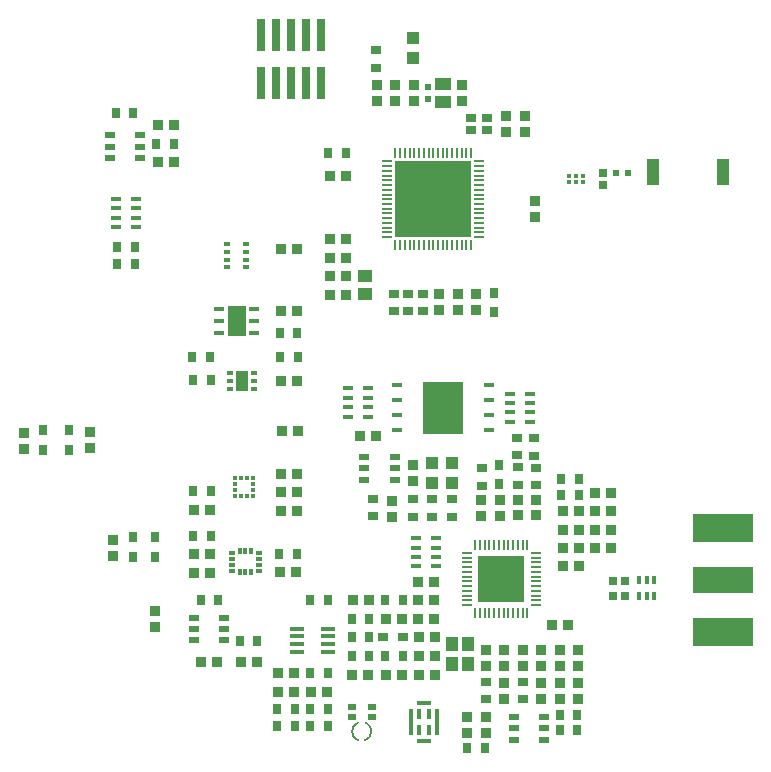
<source format=gtp>
G04*
G04 #@! TF.GenerationSoftware,Altium Limited,Altium Designer,19.1.6 (110)*
G04*
G04 Layer_Color=8421504*
%FSLAX43Y43*%
%MOMM*%
G71*
G01*
G75*
%ADD10C,0.200*%
%ADD21R,1.100X2.200*%
%ADD22R,1.000X1.200*%
%ADD23R,4.000X4.000*%
%ADD24R,0.910X0.220*%
%ADD25R,0.220X0.910*%
%ADD26R,0.900X0.700*%
%ADD27R,0.950X0.850*%
%ADD28R,0.700X0.900*%
%ADD29R,0.900X0.425*%
%ADD30R,0.300X0.800*%
%ADD31R,5.080X2.413*%
%ADD32R,5.080X2.286*%
%ADD33R,0.760X0.720*%
G04:AMPARAMS|DCode=34|XSize=0.55mm|YSize=0.8mm|CornerRadius=0.05mm|HoleSize=0mm|Usage=FLASHONLY|Rotation=270.000|XOffset=0mm|YOffset=0mm|HoleType=Round|Shape=RoundedRectangle|*
%AMROUNDEDRECTD34*
21,1,0.550,0.701,0,0,270.0*
21,1,0.451,0.800,0,0,270.0*
1,1,0.099,-0.351,-0.226*
1,1,0.099,-0.351,0.226*
1,1,0.099,0.351,0.226*
1,1,0.099,0.351,-0.226*
%
%ADD34ROUNDEDRECTD34*%
%ADD35R,0.850X0.950*%
%ADD36R,0.950X0.700*%
%ADD37R,0.400X0.950*%
%ADD38R,1.300X0.350*%
%ADD39R,0.350X2.300*%
%ADD40R,0.750X0.522*%
%ADD41R,0.700X0.950*%
%ADD42R,1.000X1.000*%
%ADD43R,0.300X0.350*%
%ADD44R,0.350X0.300*%
%ADD45R,0.500X0.350*%
%ADD46R,1.600X2.500*%
%ADD47R,0.850X0.450*%
%ADD48R,1.100X1.700*%
%ADD49R,0.600X0.350*%
%ADD50C,0.148*%
%ADD51R,3.500X4.400*%
%ADD52R,0.950X0.450*%
%ADD53R,1.250X1.000*%
%ADD54R,6.400X6.400*%
%ADD55R,0.970X0.220*%
%ADD56R,0.220X0.970*%
%ADD57R,0.300X0.300*%
%ADD58R,0.600X0.500*%
%ADD59R,0.720X0.760*%
%ADD60R,0.850X0.750*%
%ADD61R,1.390X0.990*%
%ADD62R,0.500X0.600*%
%ADD63R,0.762X2.794*%
%ADD64R,0.600X0.300*%
%ADD65R,0.300X0.600*%
%ADD66R,1.220X0.400*%
%ADD67O,1.220X0.400*%
G36*
X74835Y51225D02*
X73325D01*
Y52735D01*
X74835D01*
Y51225D01*
D02*
G37*
G36*
X72705D02*
X71195D01*
Y52735D01*
X72705D01*
Y51225D01*
D02*
G37*
G36*
X70575D02*
X69065D01*
Y52735D01*
X70575D01*
Y51225D01*
D02*
G37*
G36*
X74835Y49095D02*
X73325D01*
Y50605D01*
X74835D01*
Y49095D01*
D02*
G37*
G36*
X72705D02*
X71195D01*
Y50605D01*
X72705D01*
Y49095D01*
D02*
G37*
G36*
X70575D02*
X69065D01*
Y50605D01*
X70575D01*
Y49095D01*
D02*
G37*
G36*
X74835Y46965D02*
X73325D01*
Y48475D01*
X74835D01*
Y46965D01*
D02*
G37*
G36*
X72705D02*
X71195D01*
Y48475D01*
X72705D01*
Y46965D01*
D02*
G37*
G36*
X70575D02*
X69065D01*
Y48475D01*
X70575D01*
Y46965D01*
D02*
G37*
G36*
X79011Y16399D02*
X76410D01*
Y19000D01*
X79011D01*
Y16399D01*
D02*
G37*
D10*
X65588Y5548D02*
G03*
X65598Y4030I296J-757D01*
G01*
X66128Y4028D02*
G03*
X66238Y5548I-227J781D01*
G01*
D21*
X90550Y52150D02*
D03*
X96450D02*
D03*
D22*
X73560Y12190D02*
D03*
Y10490D02*
D03*
X74860D02*
D03*
Y12190D02*
D03*
D23*
X77710Y17700D02*
D03*
D24*
X74810Y15500D02*
D03*
Y15900D02*
D03*
Y16300D02*
D03*
Y16700D02*
D03*
Y17100D02*
D03*
Y17500D02*
D03*
Y17900D02*
D03*
Y18300D02*
D03*
Y18700D02*
D03*
Y19100D02*
D03*
Y19500D02*
D03*
Y19900D02*
D03*
X80610D02*
D03*
Y19500D02*
D03*
Y19100D02*
D03*
Y18700D02*
D03*
Y18300D02*
D03*
Y17900D02*
D03*
Y17500D02*
D03*
Y17100D02*
D03*
Y16700D02*
D03*
Y16300D02*
D03*
Y15900D02*
D03*
Y15500D02*
D03*
D25*
X75510Y20600D02*
D03*
X75910Y20550D02*
D03*
X76310Y20600D02*
D03*
X76710D02*
D03*
X77110D02*
D03*
X77510D02*
D03*
X77910D02*
D03*
X78310D02*
D03*
X78710D02*
D03*
X79110D02*
D03*
X79510D02*
D03*
X79910D02*
D03*
Y14800D02*
D03*
X79510D02*
D03*
X79110D02*
D03*
X78710D02*
D03*
X78310D02*
D03*
X77910D02*
D03*
X77510D02*
D03*
X77110D02*
D03*
X76710D02*
D03*
X76310D02*
D03*
X75910D02*
D03*
X75510D02*
D03*
D26*
X73550Y22950D02*
D03*
Y24450D02*
D03*
X71850Y22950D02*
D03*
Y24450D02*
D03*
X70200Y24450D02*
D03*
Y22950D02*
D03*
X66850Y23000D02*
D03*
Y24500D02*
D03*
X79150Y25650D02*
D03*
Y27150D02*
D03*
X80650Y25635D02*
D03*
Y27135D02*
D03*
X79550Y9000D02*
D03*
Y7500D02*
D03*
X76400Y7500D02*
D03*
Y9000D02*
D03*
X79050Y28160D02*
D03*
Y29660D02*
D03*
X76050Y27100D02*
D03*
Y25600D02*
D03*
X80500Y28150D02*
D03*
Y29650D02*
D03*
X71060Y40350D02*
D03*
Y41850D02*
D03*
X69850Y40350D02*
D03*
Y41850D02*
D03*
X68640Y41850D02*
D03*
Y40350D02*
D03*
X67100Y62450D02*
D03*
Y60950D02*
D03*
D27*
X79160Y24425D02*
D03*
Y23075D02*
D03*
X80660D02*
D03*
Y24425D02*
D03*
X77560Y24375D02*
D03*
Y23025D02*
D03*
X68500Y22975D02*
D03*
Y24325D02*
D03*
X84222Y11675D02*
D03*
Y10325D02*
D03*
X82662Y10325D02*
D03*
Y11675D02*
D03*
X81101Y10325D02*
D03*
Y11675D02*
D03*
X79541Y10325D02*
D03*
Y11675D02*
D03*
X77981Y10325D02*
D03*
Y11675D02*
D03*
X76420Y10325D02*
D03*
Y11675D02*
D03*
X84222Y8915D02*
D03*
Y7565D02*
D03*
X82661Y7565D02*
D03*
Y8915D02*
D03*
X81101Y7565D02*
D03*
Y8915D02*
D03*
X77981Y7565D02*
D03*
Y8915D02*
D03*
X76400Y6025D02*
D03*
Y4675D02*
D03*
X74840Y6025D02*
D03*
Y4675D02*
D03*
X48400Y13625D02*
D03*
Y14975D02*
D03*
X44800Y19675D02*
D03*
Y21025D02*
D03*
X75566Y40475D02*
D03*
Y41825D02*
D03*
X74006Y40475D02*
D03*
Y41825D02*
D03*
X72446Y40475D02*
D03*
Y41825D02*
D03*
X80550Y48325D02*
D03*
Y49675D02*
D03*
X79700Y56925D02*
D03*
Y55575D02*
D03*
X78140Y56925D02*
D03*
Y55575D02*
D03*
X74410Y59525D02*
D03*
Y58175D02*
D03*
X70279Y59525D02*
D03*
Y58175D02*
D03*
X68719Y59525D02*
D03*
Y58175D02*
D03*
X67159Y59525D02*
D03*
Y58175D02*
D03*
X42850Y28775D02*
D03*
Y30125D02*
D03*
X37300Y30075D02*
D03*
Y28725D02*
D03*
X70201Y25975D02*
D03*
Y27325D02*
D03*
X76000Y23025D02*
D03*
Y24375D02*
D03*
D28*
X82800Y24850D02*
D03*
X84300D02*
D03*
X82800Y26150D02*
D03*
X84300D02*
D03*
X84150Y6200D02*
D03*
X82650D02*
D03*
X84150Y4900D02*
D03*
X82650D02*
D03*
X67850Y15900D02*
D03*
X69350D02*
D03*
X65050Y14300D02*
D03*
X66550D02*
D03*
X66550Y12750D02*
D03*
X65050D02*
D03*
X67900Y11200D02*
D03*
X69400D02*
D03*
X65050Y11200D02*
D03*
X66550D02*
D03*
X76350Y3365D02*
D03*
X74850D02*
D03*
X61550Y9700D02*
D03*
X63050D02*
D03*
X61500Y6650D02*
D03*
X63000D02*
D03*
X60250Y6650D02*
D03*
X58750D02*
D03*
X63000Y5250D02*
D03*
X61500D02*
D03*
X58750Y5250D02*
D03*
X60250D02*
D03*
X53100Y21300D02*
D03*
X51600D02*
D03*
X52250Y15900D02*
D03*
X53750D02*
D03*
X57050Y12450D02*
D03*
X55550D02*
D03*
X53100Y25150D02*
D03*
X51600D02*
D03*
X61550Y15900D02*
D03*
X63050D02*
D03*
X60400Y19800D02*
D03*
X58900D02*
D03*
X60500Y36500D02*
D03*
X59000D02*
D03*
X58950Y38550D02*
D03*
X60450D02*
D03*
X64550Y53800D02*
D03*
X63050D02*
D03*
X46700Y45850D02*
D03*
X45200D02*
D03*
X46700Y44390D02*
D03*
X45200D02*
D03*
X48500Y54550D02*
D03*
X50000D02*
D03*
X46550Y57150D02*
D03*
X45050D02*
D03*
X51600Y34550D02*
D03*
X53100D02*
D03*
X51550Y36500D02*
D03*
X53050D02*
D03*
D29*
X70500Y21160D02*
D03*
X70500Y20360D02*
D03*
Y19560D02*
D03*
Y18760D02*
D03*
X72200D02*
D03*
Y19560D02*
D03*
Y20360D02*
D03*
Y21160D02*
D03*
X66450Y33850D02*
D03*
Y33050D02*
D03*
Y32250D02*
D03*
Y31450D02*
D03*
X64750D02*
D03*
Y32250D02*
D03*
Y33050D02*
D03*
X64750Y33850D02*
D03*
X80150Y33400D02*
D03*
Y32600D02*
D03*
Y31800D02*
D03*
Y31000D02*
D03*
X78450D02*
D03*
Y31800D02*
D03*
Y32600D02*
D03*
X78450Y33400D02*
D03*
X46800Y49900D02*
D03*
Y49100D02*
D03*
Y48300D02*
D03*
Y47500D02*
D03*
X45100D02*
D03*
Y48300D02*
D03*
Y49100D02*
D03*
X45100Y49900D02*
D03*
D30*
X90660Y17600D02*
D03*
X90010D02*
D03*
X89360D02*
D03*
Y16300D02*
D03*
X90010D02*
D03*
X90660D02*
D03*
D31*
X96500Y22013D02*
D03*
Y13250D02*
D03*
D32*
Y17632D02*
D03*
D33*
X88190Y17560D02*
D03*
X87210D02*
D03*
X88190Y16300D02*
D03*
X87210D02*
D03*
D34*
X81325Y4100D02*
D03*
Y5050D02*
D03*
Y6000D02*
D03*
X78775D02*
D03*
Y5050D02*
D03*
Y4100D02*
D03*
X51675Y12500D02*
D03*
Y13450D02*
D03*
Y14400D02*
D03*
X54225D02*
D03*
Y13450D02*
D03*
Y12500D02*
D03*
X66125Y26110D02*
D03*
Y27060D02*
D03*
Y28010D02*
D03*
X68675D02*
D03*
Y27060D02*
D03*
Y26110D02*
D03*
X47125Y55250D02*
D03*
Y54300D02*
D03*
Y53350D02*
D03*
X44575D02*
D03*
Y54300D02*
D03*
Y55250D02*
D03*
D35*
X72025Y17450D02*
D03*
X70675D02*
D03*
X70675Y15890D02*
D03*
X72025D02*
D03*
X65125Y15900D02*
D03*
X66475D02*
D03*
X70675Y14329D02*
D03*
X72025D02*
D03*
X69265Y14350D02*
D03*
X67915D02*
D03*
X70725Y12769D02*
D03*
X72075D02*
D03*
X70725Y11209D02*
D03*
X72075D02*
D03*
X72075Y9600D02*
D03*
X70725D02*
D03*
X69315Y9600D02*
D03*
X67965D02*
D03*
X65075Y9600D02*
D03*
X66425D02*
D03*
X62925Y8150D02*
D03*
X61575D02*
D03*
X58815Y9710D02*
D03*
X60165D02*
D03*
X58815Y8150D02*
D03*
X60165D02*
D03*
X53025Y19800D02*
D03*
X51675D02*
D03*
X53025Y18200D02*
D03*
X51675D02*
D03*
X57025Y10650D02*
D03*
X55675D02*
D03*
X53675Y10640D02*
D03*
X52325D02*
D03*
X53025Y23500D02*
D03*
X51675D02*
D03*
X60325Y18250D02*
D03*
X58975D02*
D03*
X59075Y26600D02*
D03*
X60425D02*
D03*
X59075Y25040D02*
D03*
X60425D02*
D03*
X59075Y23479D02*
D03*
X60425D02*
D03*
X59125Y30250D02*
D03*
X60475D02*
D03*
X59075Y34450D02*
D03*
X60425D02*
D03*
X59075Y40350D02*
D03*
X60425D02*
D03*
X67125Y29800D02*
D03*
X65775D02*
D03*
X59050Y45650D02*
D03*
X60400D02*
D03*
X63225Y46450D02*
D03*
X64575D02*
D03*
X63225Y44890D02*
D03*
X64575D02*
D03*
X63225Y43329D02*
D03*
X64575D02*
D03*
X63225Y41769D02*
D03*
X64575D02*
D03*
X63225Y51850D02*
D03*
X64575D02*
D03*
X49975Y53000D02*
D03*
X48625D02*
D03*
X49975Y56150D02*
D03*
X48625D02*
D03*
X87033Y20300D02*
D03*
X85683D02*
D03*
X87035Y21860D02*
D03*
X85685D02*
D03*
X83375Y13800D02*
D03*
X82025D02*
D03*
X87035Y24981D02*
D03*
X85685D02*
D03*
X84275Y23450D02*
D03*
X82925D02*
D03*
X84275Y21860D02*
D03*
X82925D02*
D03*
X84272Y18800D02*
D03*
X82923D02*
D03*
X84273Y20300D02*
D03*
X82923D02*
D03*
X87035Y23421D02*
D03*
X85685D02*
D03*
D36*
X67725Y12750D02*
D03*
X69375D02*
D03*
D37*
X70725Y6275D02*
D03*
X71575D02*
D03*
Y4925D02*
D03*
X70725D02*
D03*
D38*
X71150Y7225D02*
D03*
Y3975D02*
D03*
D39*
X72275Y5600D02*
D03*
X70025D02*
D03*
D40*
X65050Y6872D02*
D03*
X66726D02*
D03*
X65050Y6050D02*
D03*
X66726D02*
D03*
D41*
X48350Y19575D02*
D03*
Y21225D02*
D03*
X46550Y19575D02*
D03*
Y21225D02*
D03*
X77076Y41925D02*
D03*
Y40275D02*
D03*
X38950Y30275D02*
D03*
Y28625D02*
D03*
X41100Y30275D02*
D03*
Y28625D02*
D03*
X77550Y27375D02*
D03*
Y25725D02*
D03*
D42*
X71838Y27514D02*
D03*
Y25814D02*
D03*
X73550Y27514D02*
D03*
Y25814D02*
D03*
X70250Y61800D02*
D03*
Y63500D02*
D03*
D43*
X55650Y26250D02*
D03*
X56150D02*
D03*
Y24750D02*
D03*
X55650D02*
D03*
D44*
X56650Y26250D02*
D03*
Y25750D02*
D03*
Y25250D02*
D03*
Y24750D02*
D03*
X55150D02*
D03*
Y25250D02*
D03*
Y25750D02*
D03*
Y26250D02*
D03*
D45*
X56100Y44075D02*
D03*
Y44725D02*
D03*
Y45375D02*
D03*
Y46025D02*
D03*
X54500D02*
D03*
Y45375D02*
D03*
Y44725D02*
D03*
Y44075D02*
D03*
D46*
X55300Y39550D02*
D03*
D47*
X56750Y40550D02*
D03*
Y39550D02*
D03*
Y38550D02*
D03*
X53850D02*
D03*
Y39550D02*
D03*
Y40550D02*
D03*
D48*
X55750Y34450D02*
D03*
D49*
X56800Y35100D02*
D03*
Y34450D02*
D03*
Y33800D02*
D03*
X54700D02*
D03*
Y34450D02*
D03*
Y35100D02*
D03*
D50*
X55800Y30050D02*
D03*
Y30400D02*
D03*
X56150Y30050D02*
D03*
Y30400D02*
D03*
X56500Y30050D02*
D03*
Y30400D02*
D03*
D51*
X72760Y32200D02*
D03*
D52*
X68860Y30295D02*
D03*
Y31565D02*
D03*
Y32835D02*
D03*
Y34105D02*
D03*
X76660D02*
D03*
Y32835D02*
D03*
Y31565D02*
D03*
Y30295D02*
D03*
D53*
X66185Y41850D02*
D03*
Y43350D02*
D03*
D54*
X71950Y49850D02*
D03*
D55*
X68045Y46650D02*
D03*
Y47050D02*
D03*
Y47450D02*
D03*
Y47850D02*
D03*
Y48250D02*
D03*
Y48650D02*
D03*
Y49050D02*
D03*
Y49450D02*
D03*
Y49850D02*
D03*
Y50250D02*
D03*
Y50650D02*
D03*
Y51050D02*
D03*
Y51450D02*
D03*
Y51850D02*
D03*
Y52250D02*
D03*
Y52650D02*
D03*
Y53050D02*
D03*
X75855D02*
D03*
Y52650D02*
D03*
Y52250D02*
D03*
Y51850D02*
D03*
Y51450D02*
D03*
Y51050D02*
D03*
Y50650D02*
D03*
Y50250D02*
D03*
Y49850D02*
D03*
Y49450D02*
D03*
Y49050D02*
D03*
Y48650D02*
D03*
Y48250D02*
D03*
Y47850D02*
D03*
Y47450D02*
D03*
Y47050D02*
D03*
Y46650D02*
D03*
D56*
X68750Y53755D02*
D03*
X69150D02*
D03*
X69550D02*
D03*
X69950D02*
D03*
X70350D02*
D03*
X70750D02*
D03*
X71150D02*
D03*
X71550D02*
D03*
X71950D02*
D03*
X72350D02*
D03*
X72750D02*
D03*
X73150D02*
D03*
X73550D02*
D03*
X73950D02*
D03*
X74350D02*
D03*
X74750D02*
D03*
X75150D02*
D03*
Y45945D02*
D03*
X74750D02*
D03*
X74350D02*
D03*
X73950D02*
D03*
X73550D02*
D03*
X73150D02*
D03*
X72750D02*
D03*
X72350D02*
D03*
X71950D02*
D03*
X71550D02*
D03*
X71150D02*
D03*
X70750D02*
D03*
X70350D02*
D03*
X69950D02*
D03*
X69550D02*
D03*
X69150D02*
D03*
X68750D02*
D03*
D57*
X84637Y51350D02*
D03*
X84050D02*
D03*
X83463D02*
D03*
Y51850D02*
D03*
X84050D02*
D03*
X84637D02*
D03*
D58*
X88450Y52100D02*
D03*
X87450D02*
D03*
D59*
X86300Y51070D02*
D03*
Y52050D02*
D03*
D60*
X76525Y55675D02*
D03*
X75175D02*
D03*
X76525Y56725D02*
D03*
X75175D02*
D03*
D61*
X72750Y59605D02*
D03*
Y58095D02*
D03*
D62*
X71465Y58350D02*
D03*
Y59350D02*
D03*
D63*
X57360Y59718D02*
D03*
Y63782D02*
D03*
X58630Y59718D02*
D03*
Y63782D02*
D03*
X59900Y59718D02*
D03*
Y63782D02*
D03*
X61170Y59718D02*
D03*
Y63782D02*
D03*
X62440Y59718D02*
D03*
Y63782D02*
D03*
D64*
X54900Y19900D02*
D03*
Y19400D02*
D03*
Y18900D02*
D03*
Y18400D02*
D03*
X57200D02*
D03*
Y18900D02*
D03*
Y19400D02*
D03*
Y19900D02*
D03*
D65*
X55550Y18250D02*
D03*
X56050D02*
D03*
X56550D02*
D03*
Y20050D02*
D03*
X56050D02*
D03*
X55550D02*
D03*
D66*
X63020Y11550D02*
D03*
D67*
Y12200D02*
D03*
Y12850D02*
D03*
Y13500D02*
D03*
X60400Y11550D02*
D03*
Y12200D02*
D03*
Y12850D02*
D03*
Y13500D02*
D03*
M02*

</source>
